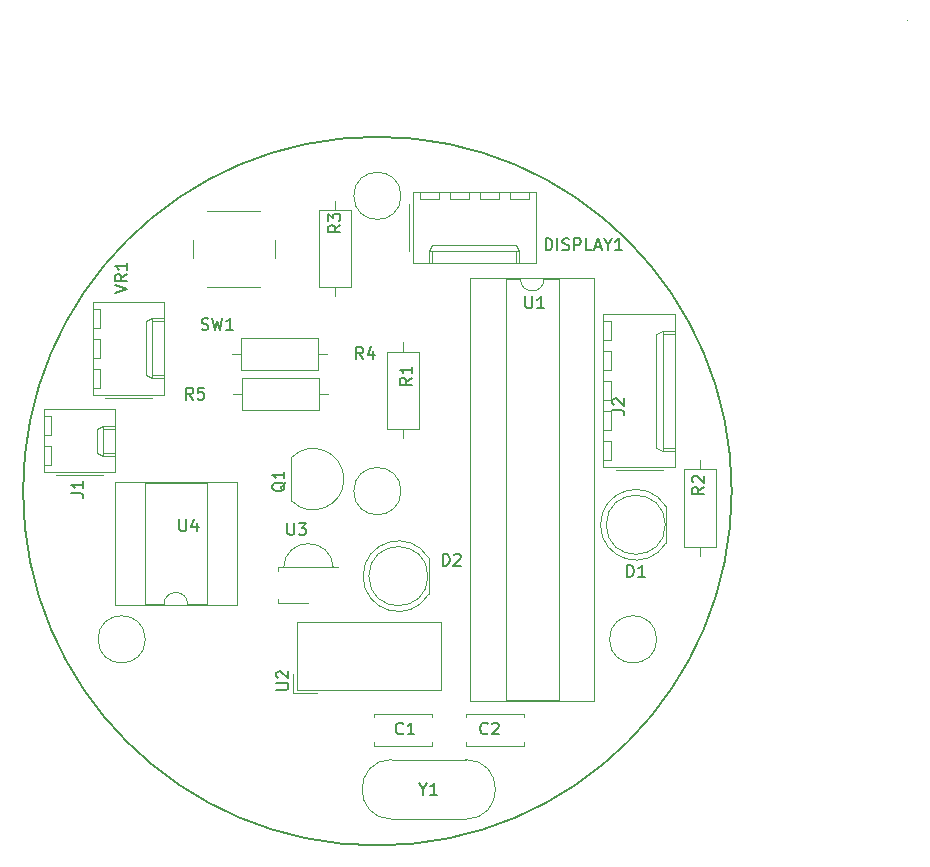
<source format=gto>
%TF.GenerationSoftware,KiCad,Pcbnew,(6.0.7-1)-1*%
%TF.CreationDate,2022-10-31T10:44:15+05:30*%
%TF.ProjectId,Ac Temp Control V2,41632054-656d-4702-9043-6f6e74726f6c,rev?*%
%TF.SameCoordinates,Original*%
%TF.FileFunction,Legend,Top*%
%TF.FilePolarity,Positive*%
%FSLAX46Y46*%
G04 Gerber Fmt 4.6, Leading zero omitted, Abs format (unit mm)*
G04 Created by KiCad (PCBNEW (6.0.7-1)-1) date 2022-10-31 10:44:15*
%MOMM*%
%LPD*%
G01*
G04 APERTURE LIST*
%TA.AperFunction,Profile*%
%ADD10C,0.100000*%
%TD*%
%TA.AperFunction,Profile*%
%ADD11C,0.150000*%
%TD*%
%ADD12C,0.150000*%
%ADD13C,0.120000*%
G04 APERTURE END LIST*
D10*
X146481802Y-104531802D02*
G75*
G03*
X146481802Y-104531802I-2000000J0D01*
G01*
X124831802Y-117081802D02*
G75*
G03*
X124831802Y-117081802I-2000000J0D01*
G01*
X189350001Y-64700000D02*
G75*
G03*
X189350001Y-64700000I-1J0D01*
G01*
X168131802Y-117081802D02*
G75*
G03*
X168131802Y-117081802I-2000000J0D01*
G01*
X146481802Y-79531802D02*
G75*
G03*
X146481802Y-79531802I-2000000J0D01*
G01*
D11*
X174481802Y-104531802D02*
G75*
G03*
X174481802Y-104531802I-30000000J0D01*
G01*
D12*
%TO.C,U1*%
X157019897Y-88034182D02*
X157019897Y-88843706D01*
X157067516Y-88938944D01*
X157115135Y-88986563D01*
X157210373Y-89034182D01*
X157400849Y-89034182D01*
X157496087Y-88986563D01*
X157543706Y-88938944D01*
X157591325Y-88843706D01*
X157591325Y-88034182D01*
X158591325Y-89034182D02*
X158019897Y-89034182D01*
X158305611Y-89034182D02*
X158305611Y-88034182D01*
X158210373Y-88177040D01*
X158115135Y-88272278D01*
X158019897Y-88319897D01*
%TO.C,Y1*%
X148355611Y-129757992D02*
X148355611Y-130234182D01*
X148022278Y-129234182D02*
X148355611Y-129757992D01*
X148688944Y-129234182D01*
X149546087Y-130234182D02*
X148974659Y-130234182D01*
X149260373Y-130234182D02*
X149260373Y-129234182D01*
X149165135Y-129377040D01*
X149069897Y-129472278D01*
X148974659Y-129519897D01*
%TO.C,R3*%
X141334182Y-81998468D02*
X140857992Y-82331802D01*
X141334182Y-82569897D02*
X140334182Y-82569897D01*
X140334182Y-82188944D01*
X140381802Y-82093706D01*
X140429421Y-82046087D01*
X140524659Y-81998468D01*
X140667516Y-81998468D01*
X140762754Y-82046087D01*
X140810373Y-82093706D01*
X140857992Y-82188944D01*
X140857992Y-82569897D01*
X140334182Y-81665135D02*
X140334182Y-81046087D01*
X140715135Y-81379421D01*
X140715135Y-81236563D01*
X140762754Y-81141325D01*
X140810373Y-81093706D01*
X140905611Y-81046087D01*
X141143706Y-81046087D01*
X141238944Y-81093706D01*
X141286563Y-81141325D01*
X141334182Y-81236563D01*
X141334182Y-81522278D01*
X141286563Y-81617516D01*
X141238944Y-81665135D01*
%TO.C,VR1*%
X122284182Y-87741325D02*
X123284182Y-87407992D01*
X122284182Y-87074659D01*
X123284182Y-86169897D02*
X122807992Y-86503230D01*
X123284182Y-86741325D02*
X122284182Y-86741325D01*
X122284182Y-86360373D01*
X122331802Y-86265135D01*
X122379421Y-86217516D01*
X122474659Y-86169897D01*
X122617516Y-86169897D01*
X122712754Y-86217516D01*
X122760373Y-86265135D01*
X122807992Y-86360373D01*
X122807992Y-86741325D01*
X123284182Y-85217516D02*
X123284182Y-85788944D01*
X123284182Y-85503230D02*
X122284182Y-85503230D01*
X122427040Y-85598468D01*
X122522278Y-85693706D01*
X122569897Y-85788944D01*
%TO.C,SW1*%
X129598468Y-90836563D02*
X129741325Y-90884182D01*
X129979421Y-90884182D01*
X130074659Y-90836563D01*
X130122278Y-90788944D01*
X130169897Y-90693706D01*
X130169897Y-90598468D01*
X130122278Y-90503230D01*
X130074659Y-90455611D01*
X129979421Y-90407992D01*
X129788944Y-90360373D01*
X129693706Y-90312754D01*
X129646087Y-90265135D01*
X129598468Y-90169897D01*
X129598468Y-90074659D01*
X129646087Y-89979421D01*
X129693706Y-89931802D01*
X129788944Y-89884182D01*
X130027040Y-89884182D01*
X130169897Y-89931802D01*
X130503230Y-89884182D02*
X130741325Y-90884182D01*
X130931802Y-90169897D01*
X131122278Y-90884182D01*
X131360373Y-89884182D01*
X132265135Y-90884182D02*
X131693706Y-90884182D01*
X131979421Y-90884182D02*
X131979421Y-89884182D01*
X131884182Y-90027040D01*
X131788944Y-90122278D01*
X131693706Y-90169897D01*
%TO.C,R1*%
X147384182Y-94948468D02*
X146907992Y-95281802D01*
X147384182Y-95519897D02*
X146384182Y-95519897D01*
X146384182Y-95138944D01*
X146431802Y-95043706D01*
X146479421Y-94996087D01*
X146574659Y-94948468D01*
X146717516Y-94948468D01*
X146812754Y-94996087D01*
X146860373Y-95043706D01*
X146907992Y-95138944D01*
X146907992Y-95519897D01*
X147384182Y-93996087D02*
X147384182Y-94567516D01*
X147384182Y-94281802D02*
X146384182Y-94281802D01*
X146527040Y-94377040D01*
X146622278Y-94472278D01*
X146669897Y-94567516D01*
%TO.C,U4*%
X127719897Y-106934182D02*
X127719897Y-107743706D01*
X127767516Y-107838944D01*
X127815135Y-107886563D01*
X127910373Y-107934182D01*
X128100849Y-107934182D01*
X128196087Y-107886563D01*
X128243706Y-107838944D01*
X128291325Y-107743706D01*
X128291325Y-106934182D01*
X129196087Y-107267516D02*
X129196087Y-107934182D01*
X128957992Y-106886563D02*
X128719897Y-107600849D01*
X129338944Y-107600849D01*
%TO.C,J1*%
X118584182Y-104715135D02*
X119298468Y-104715135D01*
X119441325Y-104762754D01*
X119536563Y-104857992D01*
X119584182Y-105000849D01*
X119584182Y-105096087D01*
X119584182Y-103715135D02*
X119584182Y-104286563D01*
X119584182Y-104000849D02*
X118584182Y-104000849D01*
X118727040Y-104096087D01*
X118822278Y-104191325D01*
X118869897Y-104286563D01*
%TO.C,DISPLAY1*%
X158717516Y-84134182D02*
X158717516Y-83134182D01*
X158955611Y-83134182D01*
X159098468Y-83181802D01*
X159193706Y-83277040D01*
X159241325Y-83372278D01*
X159288944Y-83562754D01*
X159288944Y-83705611D01*
X159241325Y-83896087D01*
X159193706Y-83991325D01*
X159098468Y-84086563D01*
X158955611Y-84134182D01*
X158717516Y-84134182D01*
X159717516Y-84134182D02*
X159717516Y-83134182D01*
X160146087Y-84086563D02*
X160288944Y-84134182D01*
X160527040Y-84134182D01*
X160622278Y-84086563D01*
X160669897Y-84038944D01*
X160717516Y-83943706D01*
X160717516Y-83848468D01*
X160669897Y-83753230D01*
X160622278Y-83705611D01*
X160527040Y-83657992D01*
X160336563Y-83610373D01*
X160241325Y-83562754D01*
X160193706Y-83515135D01*
X160146087Y-83419897D01*
X160146087Y-83324659D01*
X160193706Y-83229421D01*
X160241325Y-83181802D01*
X160336563Y-83134182D01*
X160574659Y-83134182D01*
X160717516Y-83181802D01*
X161146087Y-84134182D02*
X161146087Y-83134182D01*
X161527040Y-83134182D01*
X161622278Y-83181802D01*
X161669897Y-83229421D01*
X161717516Y-83324659D01*
X161717516Y-83467516D01*
X161669897Y-83562754D01*
X161622278Y-83610373D01*
X161527040Y-83657992D01*
X161146087Y-83657992D01*
X162622278Y-84134182D02*
X162146087Y-84134182D01*
X162146087Y-83134182D01*
X162907992Y-83848468D02*
X163384182Y-83848468D01*
X162812754Y-84134182D02*
X163146087Y-83134182D01*
X163479421Y-84134182D01*
X164003230Y-83657992D02*
X164003230Y-84134182D01*
X163669897Y-83134182D02*
X164003230Y-83657992D01*
X164336563Y-83134182D01*
X165193706Y-84134182D02*
X164622278Y-84134182D01*
X164907992Y-84134182D02*
X164907992Y-83134182D01*
X164812754Y-83277040D01*
X164717516Y-83372278D01*
X164622278Y-83419897D01*
%TO.C,C1*%
X146665135Y-125038944D02*
X146617516Y-125086563D01*
X146474659Y-125134182D01*
X146379421Y-125134182D01*
X146236563Y-125086563D01*
X146141325Y-124991325D01*
X146093706Y-124896087D01*
X146046087Y-124705611D01*
X146046087Y-124562754D01*
X146093706Y-124372278D01*
X146141325Y-124277040D01*
X146236563Y-124181802D01*
X146379421Y-124134182D01*
X146474659Y-124134182D01*
X146617516Y-124181802D01*
X146665135Y-124229421D01*
X147617516Y-125134182D02*
X147046087Y-125134182D01*
X147331802Y-125134182D02*
X147331802Y-124134182D01*
X147236563Y-124277040D01*
X147141325Y-124372278D01*
X147046087Y-124419897D01*
%TO.C,D1*%
X165623706Y-111794182D02*
X165623706Y-110794182D01*
X165861802Y-110794182D01*
X166004659Y-110841802D01*
X166099897Y-110937040D01*
X166147516Y-111032278D01*
X166195135Y-111222754D01*
X166195135Y-111365611D01*
X166147516Y-111556087D01*
X166099897Y-111651325D01*
X166004659Y-111746563D01*
X165861802Y-111794182D01*
X165623706Y-111794182D01*
X167147516Y-111794182D02*
X166576087Y-111794182D01*
X166861802Y-111794182D02*
X166861802Y-110794182D01*
X166766563Y-110937040D01*
X166671325Y-111032278D01*
X166576087Y-111079897D01*
%TO.C,C2*%
X153815135Y-125038944D02*
X153767516Y-125086563D01*
X153624659Y-125134182D01*
X153529421Y-125134182D01*
X153386563Y-125086563D01*
X153291325Y-124991325D01*
X153243706Y-124896087D01*
X153196087Y-124705611D01*
X153196087Y-124562754D01*
X153243706Y-124372278D01*
X153291325Y-124277040D01*
X153386563Y-124181802D01*
X153529421Y-124134182D01*
X153624659Y-124134182D01*
X153767516Y-124181802D01*
X153815135Y-124229421D01*
X154196087Y-124229421D02*
X154243706Y-124181802D01*
X154338944Y-124134182D01*
X154577040Y-124134182D01*
X154672278Y-124181802D01*
X154719897Y-124229421D01*
X154767516Y-124324659D01*
X154767516Y-124419897D01*
X154719897Y-124562754D01*
X154148468Y-125134182D01*
X154767516Y-125134182D01*
%TO.C,J2*%
X164384182Y-97665135D02*
X165098468Y-97665135D01*
X165241325Y-97712754D01*
X165336563Y-97807992D01*
X165384182Y-97950849D01*
X165384182Y-98046087D01*
X164479421Y-97236563D02*
X164431802Y-97188944D01*
X164384182Y-97093706D01*
X164384182Y-96855611D01*
X164431802Y-96760373D01*
X164479421Y-96712754D01*
X164574659Y-96665135D01*
X164669897Y-96665135D01*
X164812754Y-96712754D01*
X165384182Y-97284182D01*
X165384182Y-96665135D01*
%TO.C,R5*%
X128885135Y-96784182D02*
X128551802Y-96307992D01*
X128313706Y-96784182D02*
X128313706Y-95784182D01*
X128694659Y-95784182D01*
X128789897Y-95831802D01*
X128837516Y-95879421D01*
X128885135Y-95974659D01*
X128885135Y-96117516D01*
X128837516Y-96212754D01*
X128789897Y-96260373D01*
X128694659Y-96307992D01*
X128313706Y-96307992D01*
X129789897Y-95784182D02*
X129313706Y-95784182D01*
X129266087Y-96260373D01*
X129313706Y-96212754D01*
X129408944Y-96165135D01*
X129647040Y-96165135D01*
X129742278Y-96212754D01*
X129789897Y-96260373D01*
X129837516Y-96355611D01*
X129837516Y-96593706D01*
X129789897Y-96688944D01*
X129742278Y-96736563D01*
X129647040Y-96784182D01*
X129408944Y-96784182D01*
X129313706Y-96736563D01*
X129266087Y-96688944D01*
%TO.C,D2*%
X150018706Y-110834182D02*
X150018706Y-109834182D01*
X150256802Y-109834182D01*
X150399659Y-109881802D01*
X150494897Y-109977040D01*
X150542516Y-110072278D01*
X150590135Y-110262754D01*
X150590135Y-110405611D01*
X150542516Y-110596087D01*
X150494897Y-110691325D01*
X150399659Y-110786563D01*
X150256802Y-110834182D01*
X150018706Y-110834182D01*
X150971087Y-109929421D02*
X151018706Y-109881802D01*
X151113944Y-109834182D01*
X151352040Y-109834182D01*
X151447278Y-109881802D01*
X151494897Y-109929421D01*
X151542516Y-110024659D01*
X151542516Y-110119897D01*
X151494897Y-110262754D01*
X150923468Y-110834182D01*
X151542516Y-110834182D01*
%TO.C,R2*%
X172134182Y-104178468D02*
X171657992Y-104511802D01*
X172134182Y-104749897D02*
X171134182Y-104749897D01*
X171134182Y-104368944D01*
X171181802Y-104273706D01*
X171229421Y-104226087D01*
X171324659Y-104178468D01*
X171467516Y-104178468D01*
X171562754Y-104226087D01*
X171610373Y-104273706D01*
X171657992Y-104368944D01*
X171657992Y-104749897D01*
X171229421Y-103797516D02*
X171181802Y-103749897D01*
X171134182Y-103654659D01*
X171134182Y-103416563D01*
X171181802Y-103321325D01*
X171229421Y-103273706D01*
X171324659Y-103226087D01*
X171419897Y-103226087D01*
X171562754Y-103273706D01*
X172134182Y-103845135D01*
X172134182Y-103226087D01*
%TO.C,U3*%
X136869897Y-107234182D02*
X136869897Y-108043706D01*
X136917516Y-108138944D01*
X136965135Y-108186563D01*
X137060373Y-108234182D01*
X137250849Y-108234182D01*
X137346087Y-108186563D01*
X137393706Y-108138944D01*
X137441325Y-108043706D01*
X137441325Y-107234182D01*
X137822278Y-107234182D02*
X138441325Y-107234182D01*
X138107992Y-107615135D01*
X138250849Y-107615135D01*
X138346087Y-107662754D01*
X138393706Y-107710373D01*
X138441325Y-107805611D01*
X138441325Y-108043706D01*
X138393706Y-108138944D01*
X138346087Y-108186563D01*
X138250849Y-108234182D01*
X137965135Y-108234182D01*
X137869897Y-108186563D01*
X137822278Y-108138944D01*
%TO.C,Q1*%
X136697619Y-103785238D02*
X136650000Y-103880476D01*
X136554761Y-103975714D01*
X136411904Y-104118571D01*
X136364285Y-104213809D01*
X136364285Y-104309047D01*
X136602380Y-104261428D02*
X136554761Y-104356666D01*
X136459523Y-104451904D01*
X136269047Y-104499523D01*
X135935714Y-104499523D01*
X135745238Y-104451904D01*
X135650000Y-104356666D01*
X135602380Y-104261428D01*
X135602380Y-104070952D01*
X135650000Y-103975714D01*
X135745238Y-103880476D01*
X135935714Y-103832857D01*
X136269047Y-103832857D01*
X136459523Y-103880476D01*
X136554761Y-103975714D01*
X136602380Y-104070952D01*
X136602380Y-104261428D01*
X136602380Y-102880476D02*
X136602380Y-103451904D01*
X136602380Y-103166190D02*
X135602380Y-103166190D01*
X135745238Y-103261428D01*
X135840476Y-103356666D01*
X135888095Y-103451904D01*
%TO.C,R4*%
X143285135Y-93334182D02*
X142951802Y-92857992D01*
X142713706Y-93334182D02*
X142713706Y-92334182D01*
X143094659Y-92334182D01*
X143189897Y-92381802D01*
X143237516Y-92429421D01*
X143285135Y-92524659D01*
X143285135Y-92667516D01*
X143237516Y-92762754D01*
X143189897Y-92810373D01*
X143094659Y-92857992D01*
X142713706Y-92857992D01*
X144142278Y-92667516D02*
X144142278Y-93334182D01*
X143904182Y-92286563D02*
X143666087Y-93000849D01*
X144285135Y-93000849D01*
%TO.C,U2*%
X135934182Y-121343706D02*
X136743706Y-121343706D01*
X136838944Y-121296087D01*
X136886563Y-121248468D01*
X136934182Y-121153230D01*
X136934182Y-120962754D01*
X136886563Y-120867516D01*
X136838944Y-120819897D01*
X136743706Y-120772278D01*
X135934182Y-120772278D01*
X136029421Y-120343706D02*
X135981802Y-120296087D01*
X135934182Y-120200849D01*
X135934182Y-119962754D01*
X135981802Y-119867516D01*
X136029421Y-119819897D01*
X136124659Y-119772278D01*
X136219897Y-119772278D01*
X136362754Y-119819897D01*
X136934182Y-120391325D01*
X136934182Y-119772278D01*
D13*
%TO.C,U1*%
X159841802Y-86576802D02*
X158591802Y-86576802D01*
X152341802Y-122316802D02*
X162841802Y-122316802D01*
X152341802Y-86516802D02*
X152341802Y-122316802D01*
X155341802Y-86576802D02*
X155341802Y-122256802D01*
X162841802Y-86516802D02*
X152341802Y-86516802D01*
X159841802Y-122256802D02*
X159841802Y-86576802D01*
X156591802Y-86576802D02*
X155341802Y-86576802D01*
X155341802Y-122256802D02*
X159841802Y-122256802D01*
X162841802Y-122316802D02*
X162841802Y-86516802D01*
X156591802Y-86576802D02*
G75*
G03*
X158591802Y-86576802I1000000J0D01*
G01*
%TO.C,Y1*%
X145706802Y-127256802D02*
X151956802Y-127256802D01*
X145706802Y-132306802D02*
X151956802Y-132306802D01*
X145706802Y-127256802D02*
G75*
G03*
X145706802Y-132306802I0J-2525000D01*
G01*
X151956802Y-132306802D02*
G75*
G03*
X151956802Y-127256802I0J2525000D01*
G01*
%TO.C,R3*%
X139511802Y-80711802D02*
X139511802Y-87251802D01*
X142251802Y-87251802D02*
X142251802Y-80711802D01*
X142251802Y-80711802D02*
X139511802Y-80711802D01*
X140881802Y-88021802D02*
X140881802Y-87251802D01*
X139511802Y-87251802D02*
X142251802Y-87251802D01*
X140881802Y-79941802D02*
X140881802Y-80711802D01*
%TO.C,VR1*%
X125391802Y-94971802D02*
X124861802Y-94721802D01*
X120371802Y-90691802D02*
X120971802Y-90691802D01*
X126391802Y-94971802D02*
X125391802Y-94971802D01*
X120371802Y-95771802D02*
X120971802Y-95771802D01*
X120971802Y-89091802D02*
X120371802Y-89091802D01*
X124861802Y-90141802D02*
X125391802Y-89891802D01*
X125391802Y-94971802D02*
X125391802Y-89891802D01*
X120971802Y-93231802D02*
X120971802Y-91631802D01*
X120971802Y-90691802D02*
X120971802Y-89091802D01*
X126391802Y-94721802D02*
X125391802Y-94721802D01*
X120971802Y-95771802D02*
X120971802Y-94171802D01*
X124861802Y-94721802D02*
X124861802Y-90141802D01*
X120971802Y-94171802D02*
X120371802Y-94171802D01*
X126391802Y-90141802D02*
X125391802Y-90141802D01*
X126391802Y-96351802D02*
X126391802Y-88511802D01*
X126391802Y-88511802D02*
X120371802Y-88511802D01*
X125391802Y-89891802D02*
X126391802Y-89891802D01*
X120971802Y-91631802D02*
X120371802Y-91631802D01*
X121401802Y-96641802D02*
X125401802Y-96641802D01*
X120371802Y-93231802D02*
X120971802Y-93231802D01*
X120371802Y-96351802D02*
X126391802Y-96351802D01*
X120371802Y-88511802D02*
X120371802Y-96351802D01*
%TO.C,SW1*%
X134581802Y-80781802D02*
X130081802Y-80781802D01*
X135831802Y-84781802D02*
X135831802Y-83281802D01*
X130081802Y-87281802D02*
X134581802Y-87281802D01*
X128831802Y-83281802D02*
X128831802Y-84781802D01*
%TO.C,R1*%
X148001802Y-99251802D02*
X148001802Y-92711802D01*
X145261802Y-92711802D02*
X145261802Y-99251802D01*
X146631802Y-100021802D02*
X146631802Y-99251802D01*
X148001802Y-92711802D02*
X145261802Y-92711802D01*
X146631802Y-91941802D02*
X146631802Y-92711802D01*
X145261802Y-99251802D02*
X148001802Y-99251802D01*
%TO.C,U4*%
X122281802Y-114171802D02*
X132561802Y-114171802D01*
X124771802Y-114111802D02*
X126421802Y-114111802D01*
X128421802Y-114111802D02*
X130071802Y-114111802D01*
X130071802Y-103831802D02*
X124771802Y-103831802D01*
X124771802Y-103831802D02*
X124771802Y-114111802D01*
X130071802Y-114111802D02*
X130071802Y-103831802D01*
X122281802Y-103771802D02*
X122281802Y-114171802D01*
X132561802Y-103771802D02*
X122281802Y-103771802D01*
X132561802Y-114171802D02*
X132561802Y-103771802D01*
X128421802Y-114111802D02*
G75*
G03*
X126421802Y-114111802I-1000000J0D01*
G01*
%TO.C,J1*%
X121271802Y-101531802D02*
X120741802Y-101281802D01*
X116851802Y-102331802D02*
X116851802Y-100731802D01*
X117281802Y-103201802D02*
X121281802Y-103201802D01*
X116851802Y-98191802D02*
X116251802Y-98191802D01*
X116251802Y-102331802D02*
X116851802Y-102331802D01*
X122271802Y-97611802D02*
X116251802Y-97611802D01*
X122271802Y-102911802D02*
X122271802Y-97611802D01*
X122271802Y-99241802D02*
X121271802Y-99241802D01*
X116251802Y-102911802D02*
X122271802Y-102911802D01*
X120741802Y-101281802D02*
X120741802Y-99241802D01*
X120741802Y-99241802D02*
X121271802Y-98991802D01*
X122271802Y-101531802D02*
X121271802Y-101531802D01*
X121271802Y-101531802D02*
X121271802Y-98991802D01*
X116851802Y-99791802D02*
X116851802Y-98191802D01*
X116251802Y-99791802D02*
X116851802Y-99791802D01*
X116851802Y-100731802D02*
X116251802Y-100731802D01*
X116251802Y-97611802D02*
X116251802Y-102911802D01*
X121271802Y-98991802D02*
X122271802Y-98991802D01*
X122271802Y-101281802D02*
X121271802Y-101281802D01*
%TO.C,DISPLAY1*%
X148871802Y-85191802D02*
X148871802Y-84191802D01*
X153151802Y-79771802D02*
X154751802Y-79771802D01*
X157291802Y-79771802D02*
X157291802Y-79171802D01*
X148871802Y-84191802D02*
X149121802Y-83661802D01*
X148071802Y-79771802D02*
X149671802Y-79771802D01*
X156241802Y-85191802D02*
X156241802Y-84191802D01*
X153151802Y-79171802D02*
X153151802Y-79771802D01*
X147201802Y-80201802D02*
X147201802Y-84201802D01*
X148871802Y-84191802D02*
X156491802Y-84191802D01*
X156491802Y-84191802D02*
X156491802Y-85191802D01*
X157871802Y-85191802D02*
X157871802Y-79171802D01*
X147491802Y-85191802D02*
X157871802Y-85191802D01*
X149121802Y-85191802D02*
X149121802Y-84191802D01*
X156241802Y-83661802D02*
X156491802Y-84191802D01*
X152211802Y-79771802D02*
X152211802Y-79171802D01*
X148071802Y-79171802D02*
X148071802Y-79771802D01*
X155691802Y-79771802D02*
X157291802Y-79771802D01*
X150611802Y-79171802D02*
X150611802Y-79771802D01*
X157871802Y-79171802D02*
X147491802Y-79171802D01*
X149121802Y-83661802D02*
X156241802Y-83661802D01*
X147491802Y-79171802D02*
X147491802Y-85191802D01*
X150611802Y-79771802D02*
X152211802Y-79771802D01*
X149671802Y-79771802D02*
X149671802Y-79171802D01*
X154751802Y-79771802D02*
X154751802Y-79171802D01*
X155691802Y-79171802D02*
X155691802Y-79771802D01*
%TO.C,C1*%
X144161802Y-123361802D02*
X149101802Y-123361802D01*
X144161802Y-126101802D02*
X149101802Y-126101802D01*
X149101802Y-123361802D02*
X149101802Y-123676802D01*
X144161802Y-125786802D02*
X144161802Y-126101802D01*
X144161802Y-123361802D02*
X144161802Y-123676802D01*
X149101802Y-125786802D02*
X149101802Y-126101802D01*
%TO.C,D1*%
X168921802Y-108926802D02*
X168921802Y-105836802D01*
X163371802Y-107381340D02*
G75*
G03*
X168921802Y-108926632I2990000J-462D01*
G01*
X168921802Y-105836972D02*
G75*
G03*
X163371802Y-107382264I-2560000J-1544830D01*
G01*
X168861802Y-107381802D02*
G75*
G03*
X168861802Y-107381802I-2500000J0D01*
G01*
%TO.C,C2*%
X156901802Y-123676802D02*
X156901802Y-123361802D01*
X156901802Y-126101802D02*
X151961802Y-126101802D01*
X156901802Y-123361802D02*
X151961802Y-123361802D01*
X151961802Y-123676802D02*
X151961802Y-123361802D01*
X156901802Y-126101802D02*
X156901802Y-125786802D01*
X151961802Y-126101802D02*
X151961802Y-125786802D01*
%TO.C,J2*%
X164221802Y-95231802D02*
X163621802Y-95231802D01*
X163621802Y-94291802D02*
X164221802Y-94291802D01*
X168641802Y-90951802D02*
X169641802Y-90951802D01*
X164651802Y-102781802D02*
X168651802Y-102781802D01*
X169641802Y-100861802D02*
X168641802Y-100861802D01*
X163621802Y-96831802D02*
X164221802Y-96831802D01*
X163621802Y-89571802D02*
X163621802Y-102491802D01*
X163621802Y-101911802D02*
X164221802Y-101911802D01*
X164221802Y-99371802D02*
X164221802Y-97771802D01*
X169641802Y-101111802D02*
X168641802Y-101111802D01*
X163621802Y-91751802D02*
X164221802Y-91751802D01*
X168641802Y-101111802D02*
X168111802Y-100861802D01*
X164221802Y-90151802D02*
X163621802Y-90151802D01*
X169641802Y-89571802D02*
X163621802Y-89571802D01*
X163621802Y-99371802D02*
X164221802Y-99371802D01*
X164221802Y-100311802D02*
X163621802Y-100311802D01*
X164221802Y-94291802D02*
X164221802Y-92691802D01*
X164221802Y-97771802D02*
X163621802Y-97771802D01*
X163621802Y-102491802D02*
X169641802Y-102491802D01*
X164221802Y-91751802D02*
X164221802Y-90151802D01*
X169641802Y-102491802D02*
X169641802Y-89571802D01*
X164221802Y-101911802D02*
X164221802Y-100311802D01*
X168111802Y-91201802D02*
X168641802Y-90951802D01*
X169641802Y-91201802D02*
X168641802Y-91201802D01*
X164221802Y-96831802D02*
X164221802Y-95231802D01*
X168641802Y-101111802D02*
X168641802Y-90951802D01*
X168111802Y-100861802D02*
X168111802Y-91201802D01*
X164221802Y-92691802D02*
X163621802Y-92691802D01*
%TO.C,R5*%
X139571802Y-94961802D02*
X133031802Y-94961802D01*
X133031802Y-97701802D02*
X139571802Y-97701802D01*
X139571802Y-97701802D02*
X139571802Y-94961802D01*
X132261802Y-96331802D02*
X133031802Y-96331802D01*
X140341802Y-96331802D02*
X139571802Y-96331802D01*
X133031802Y-94961802D02*
X133031802Y-97701802D01*
%TO.C,D2*%
X148821802Y-113276802D02*
X148821802Y-110186802D01*
X148821802Y-110186972D02*
G75*
G03*
X143271802Y-111732264I-2560000J-1544830D01*
G01*
X143271802Y-111731340D02*
G75*
G03*
X148821802Y-113276632I2990000J-462D01*
G01*
X148761802Y-111731802D02*
G75*
G03*
X148761802Y-111731802I-2500000J0D01*
G01*
%TO.C,R2*%
X170411802Y-102691802D02*
X170411802Y-109231802D01*
X171781802Y-101921802D02*
X171781802Y-102691802D01*
X171781802Y-110001802D02*
X171781802Y-109231802D01*
X170411802Y-109231802D02*
X173151802Y-109231802D01*
X173151802Y-102691802D02*
X170411802Y-102691802D01*
X173151802Y-109231802D02*
X173151802Y-102691802D01*
%TO.C,U3*%
X136041802Y-111321802D02*
X136041802Y-110981802D01*
X136041802Y-113991802D02*
X138641802Y-113991802D01*
X136041802Y-113641802D02*
X136041802Y-113991802D01*
X136041802Y-110981802D02*
X141131802Y-110981802D01*
X140741719Y-110980066D02*
G75*
G03*
X136541802Y-110981802I-2099917J-101736D01*
G01*
%TO.C,Q1*%
X137200000Y-101720000D02*
X137200000Y-105320000D01*
X137211522Y-105358478D02*
G75*
G03*
X141650000Y-103520000I1838478J1838478D01*
G01*
X141650001Y-103520000D02*
G75*
G03*
X137211522Y-101681522I-2600001J0D01*
G01*
%TO.C,R4*%
X139471802Y-91561802D02*
X132931802Y-91561802D01*
X140241802Y-92931802D02*
X139471802Y-92931802D01*
X132931802Y-94301802D02*
X139471802Y-94301802D01*
X139471802Y-94301802D02*
X139471802Y-91561802D01*
X132161802Y-92931802D02*
X132931802Y-92931802D01*
X132931802Y-91561802D02*
X132931802Y-94301802D01*
%TO.C,U2*%
X137649302Y-115604302D02*
X149909302Y-115604302D01*
X137369302Y-121644302D02*
X137369302Y-120034302D01*
X137369302Y-121644302D02*
X139369302Y-121644302D01*
X137649302Y-121354302D02*
X137649302Y-115614302D01*
X149909302Y-115604302D02*
X149909302Y-121364302D01*
X149909302Y-121364302D02*
X137659302Y-121364302D01*
%TD*%
M02*

</source>
